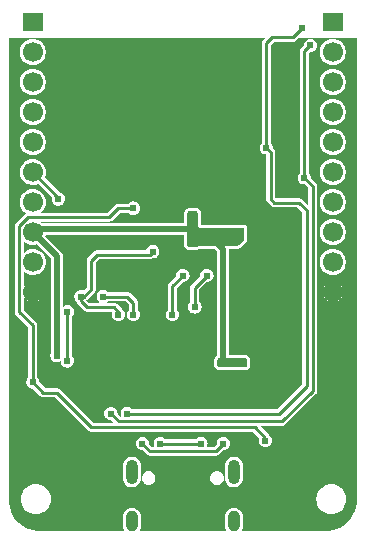
<source format=gbl>
G04 Layer: BottomLayer*
G04 EasyEDA Pro v2.2.45.4, 2025-12-09 09:54:16*
G04 Gerber Generator version 0.3*
G04 Scale: 100 percent, Rotated: No, Reflected: No*
G04 Dimensions in millimeters*
G04 Leading zeros omitted, absolute positions, 4 integers and 5 decimals*
G04 Generated by one-click*
%FSLAX45Y45*%
%MOMM*%
%ADD10C,0.85508*%
%ADD11C,0.254*%
%ADD12O,1.0X2.1*%
%ADD13O,1.0X1.8*%
%ADD14C,1.7*%
%ADD15R,1.7X1.5748*%
%ADD16C,0.62001*%
%ADD17C,0.61001*%
%ADD18C,0.5020*%
%ADD19C,0.5*%
G75*


G04 Copper Start*
G36*
G01X55009Y-1066800D02*
G01X51120Y-1066027D01*
G01X47824Y-1063824D01*
G01X41076Y-1057076D01*
G01X38873Y-1053780D01*
G01X38100Y-1049891D01*
G01X38100Y-778909D01*
G01X38873Y-775020D01*
G01X41076Y-771724D01*
G01X47824Y-764976D01*
G01X51120Y-762773D01*
G01X55009Y-762000D01*
G01X110091Y-762000D01*
G01X113980Y-762773D01*
G01X117276Y-764976D01*
G01X124024Y-771724D01*
G01X126227Y-775020D01*
G01X127000Y-778909D01*
G01X127000Y-887999D01*
G01X127708Y-889708D01*
G01X138992Y-900992D01*
G01X140701Y-901700D01*
G01X510540Y-901700D01*
G01X514428Y-902473D01*
G01X517724Y-904676D01*
G01X519927Y-907972D01*
G01X520700Y-911860D01*
G01X520700Y-999091D01*
G01X519927Y-1002980D01*
G01X517724Y-1006276D01*
G01X472876Y-1051124D01*
G01X469580Y-1053327D01*
G01X465691Y-1054100D01*
G01X128001Y-1054100D01*
G01X126292Y-1054808D01*
G01X117276Y-1063824D01*
G01X113980Y-1066027D01*
G01X110091Y-1066800D01*
G01X55009Y-1066800D01*
G37*
G36*
G01X309009Y-2082800D02*
G01X305120Y-2082027D01*
G01X301824Y-2079824D01*
G01X295076Y-2073076D01*
G01X292873Y-2069780D01*
G01X292100Y-2065891D01*
G01X292100Y-2023509D01*
G01X292873Y-2019620D01*
G01X295076Y-2016324D01*
G01X301824Y-2009576D01*
G01X305120Y-2007373D01*
G01X309009Y-2006600D01*
G01X529191Y-2006600D01*
G01X533080Y-2007373D01*
G01X536376Y-2009576D01*
G01X543124Y-2016324D01*
G01X545327Y-2019620D01*
G01X546100Y-2023509D01*
G01X546100Y-2065891D01*
G01X545327Y-2069780D01*
G01X543124Y-2073076D01*
G01X536376Y-2079824D01*
G01X533080Y-2082027D01*
G01X529191Y-2082800D01*
G01X309009Y-2082800D01*
G37*
G36*
G01X-1474343Y701726D02*
G01X694886Y701726D01*
G01X679331Y686171D01*
G01X673236Y678228D01*
G01X669405Y668977D01*
G01X668098Y659051D01*
G01X668098Y-184791D01*
G01X659460Y-195065D01*
G01X653507Y-207095D01*
G01X650579Y-220195D01*
G01X650843Y-233615D01*
G01X654285Y-246589D01*
G01X660707Y-258375D01*
G01X669743Y-268301D01*
G01X680876Y-275799D01*
G01X693471Y-280440D01*
G01X706808Y-281960D01*
G01X706808Y-661291D01*
G01X708114Y-671217D01*
G01X711946Y-680468D01*
G01X718041Y-688411D01*
G01X746742Y-717111D01*
G01X754685Y-723207D01*
G01X763935Y-727038D01*
G01X773862Y-728345D01*
G01X966491Y-728345D01*
G01X1010033Y-771887D01*
G01X1010033Y-2229275D01*
G01X801163Y-2438146D01*
G01X-428202Y-2438146D01*
G01X-438578Y-2429291D01*
G01X-450770Y-2423173D01*
G01X-464072Y-2420146D01*
G01X-477711Y-2420386D01*
G01X-490897Y-2423880D01*
G01X-502866Y-2430424D01*
G01X-512924Y-2439639D01*
G01X-520487Y-2450991D01*
G01X-525118Y-2463822D01*
G01X-526548Y-2477388D01*
G01X-524693Y-2490903D01*
G01X-519662Y-2503582D01*
G01X-528277Y-2503582D01*
G01X-552995Y-2478865D01*
G01X-554369Y-2463877D01*
G01X-559642Y-2449780D01*
G01X-568440Y-2437569D01*
G01X-580142Y-2428106D01*
G01X-593924Y-2422057D01*
G01X-608812Y-2419851D01*
G01X-623755Y-2421642D01*
G01X-637699Y-2427305D01*
G01X-649661Y-2436439D01*
G01X-658795Y-2448401D01*
G01X-664458Y-2462345D01*
G01X-666249Y-2477288D01*
G01X-664043Y-2492176D01*
G01X-657994Y-2505958D01*
G01X-648531Y-2517660D01*
G01X-636320Y-2526458D01*
G01X-622223Y-2531731D01*
G01X-607235Y-2533105D01*
G01X-587895Y-2552446D01*
G01X-758813Y-2552446D01*
G01X-1039680Y-2271580D01*
G01X-1047623Y-2265484D01*
G01X-1056873Y-2261653D01*
G01X-1066800Y-2260346D01*
G01X-1165213Y-2260346D01*
G01X-1213395Y-2212165D01*
G01X-1214215Y-2199909D01*
G01X-1217658Y-2188119D01*
G01X-1223561Y-2177348D01*
G01X-1231646Y-2168102D01*
G01X-1231646Y-1727200D01*
G01X-1232953Y-1717273D01*
G01X-1236784Y-1708023D01*
G01X-1242880Y-1700080D01*
G01X-1345946Y-1597013D01*
G01X-1345946Y-1491845D01*
G01X-1335610Y-1506136D01*
G01X-1322626Y-1518073D01*
G01X-1307518Y-1527174D01*
G01X-1290895Y-1533071D01*
G01X-1273430Y-1535527D01*
G01X-1255826Y-1534442D01*
G01X-1238794Y-1529861D01*
G01X-1223022Y-1521967D01*
G01X-1209145Y-1511081D01*
G01X-1197725Y-1497640D01*
G01X-1189221Y-1482188D01*
G01X-1183978Y-1465348D01*
G01X-1182206Y-1447800D01*
G01X-1183978Y-1430252D01*
G01X-1189221Y-1413412D01*
G01X-1197725Y-1397960D01*
G01X-1209145Y-1384519D01*
G01X-1223022Y-1373633D01*
G01X-1238794Y-1365739D01*
G01X-1255826Y-1361158D01*
G01X-1273430Y-1360073D01*
G01X-1290895Y-1362529D01*
G01X-1307518Y-1368426D01*
G01X-1322626Y-1377527D01*
G01X-1335610Y-1389464D01*
G01X-1345946Y-1403755D01*
G01X-1345946Y-1274277D01*
G01X-1330402Y-1286514D01*
G01X-1312928Y-1295787D01*
G01X-1294082Y-1301802D01*
G01X-1274466Y-1304364D01*
G01X-1254707Y-1303392D01*
G01X-1235437Y-1298917D01*
G01X-1217272Y-1291083D01*
G01X-1200792Y-1280139D01*
G01X-1186524Y-1266436D01*
G01X-1174924Y-1250411D01*
G01X-1166363Y-1232577D01*
G01X-1161115Y-1213503D01*
G01X-1159346Y-1193800D01*
G01X-1161115Y-1174097D01*
G01X-1166363Y-1155023D01*
G01X-1174924Y-1137189D01*
G01X-1186524Y-1121164D01*
G01X-1200792Y-1107461D01*
G01X-1217272Y-1096517D01*
G01X-1235437Y-1088683D01*
G01X-1254707Y-1084208D01*
G01X-1274466Y-1083236D01*
G01X-1294082Y-1085798D01*
G01X-1312928Y-1091813D01*
G01X-1330402Y-1101086D01*
G01X-1345946Y-1113323D01*
G01X-1345946Y-1020277D01*
G01X-1330522Y-1032436D01*
G01X-1313192Y-1041676D01*
G01X-1294500Y-1047707D01*
G01X-1275037Y-1050339D01*
G01X-1255416Y-1049488D01*
G01X-1236253Y-1045182D01*
G01X-1117454Y-1163982D01*
G01X-1117454Y-1960447D01*
G01X-1122321Y-1974548D01*
G01X-1123340Y-1989431D01*
G01X-1120438Y-2004063D01*
G01X-1113818Y-2017431D01*
G01X-1103938Y-2028608D01*
G01X-1091483Y-2036818D01*
G01X-1077317Y-2041493D01*
G01X-1062421Y-2042308D01*
G01X-1047830Y-2039207D01*
G01X-1034553Y-2032405D01*
G01X-1032726Y-2046277D01*
G01X-1027555Y-2059278D01*
G01X-1019356Y-2070616D01*
G01X-1008628Y-2079598D01*
G01X-996025Y-2085677D01*
G01X-982317Y-2088482D01*
G01X-968340Y-2087842D01*
G01X-954946Y-2083796D01*
G01X-942952Y-2076591D01*
G01X-933089Y-2066667D01*
G01X-925960Y-2054627D01*
G01X-921999Y-2041208D01*
G01X-921447Y-2027227D01*
G01X-924338Y-2013537D01*
G01X-930496Y-2000973D01*
G01X-939546Y-1990302D01*
G01X-939546Y-1654598D01*
G01X-930067Y-1643261D01*
G01X-923843Y-1629858D01*
G01X-921296Y-1615301D01*
G01X-922601Y-1600581D01*
G01X-927668Y-1586699D01*
G01X-936152Y-1574600D01*
G01X-947477Y-1565106D01*
G01X-960872Y-1558865D01*
G01X-975426Y-1556299D01*
G01X-990147Y-1557585D01*
G01X-1004036Y-1562634D01*
G01X-1016146Y-1571103D01*
G01X-1016146Y-1479778D01*
G01X-919923Y-1479778D01*
G01X-919801Y-1493059D01*
G01X-916590Y-1505946D01*
G01X-910467Y-1517732D01*
G01X-901768Y-1527768D01*
G01X-899917Y-1536334D01*
G01X-896169Y-1544256D01*
G01X-890720Y-1551120D01*
G01X-839920Y-1601920D01*
G01X-831977Y-1608016D01*
G01X-822727Y-1611847D01*
G01X-812800Y-1613154D01*
G01X-600087Y-1613154D01*
G01X-597896Y-1615345D01*
G01X-601983Y-1628981D01*
G01X-602542Y-1643206D01*
G01X-599537Y-1657121D01*
G01X-593159Y-1669847D01*
G01X-583809Y-1680582D01*
G01X-572079Y-1688647D01*
G01X-558708Y-1693534D01*
G01X-544542Y-1694933D01*
G01X-530473Y-1692757D01*
G01X-517392Y-1687143D01*
G01X-506123Y-1678444D01*
G01X-497378Y-1667212D01*
G01X-491709Y-1654153D01*
G01X-489474Y-1640094D01*
G01X-490814Y-1625922D01*
G01X-495645Y-1612531D01*
G01X-503661Y-1600767D01*
G01X-514357Y-1591373D01*
G01X-518980Y-1585780D01*
G01X-557080Y-1547680D01*
G01X-565023Y-1541584D01*
G01X-574273Y-1537753D01*
G01X-584200Y-1536446D01*
G01X-647510Y-1536446D01*
G01X-638908Y-1531074D01*
G01X-631402Y-1524254D01*
G01X-485787Y-1524254D01*
G01X-457454Y-1552587D01*
G01X-457454Y-1596602D01*
G01X-467080Y-1608172D01*
G01X-473319Y-1621868D01*
G01X-475733Y-1636723D01*
G01X-474150Y-1651690D01*
G01X-468682Y-1665712D01*
G01X-459715Y-1677800D01*
G01X-447881Y-1687099D01*
G01X-434017Y-1692956D01*
G01X-419100Y-1694955D01*
G01X-404183Y-1692956D01*
G01X-390319Y-1687099D01*
G01X-378485Y-1677800D01*
G01X-369518Y-1665712D01*
G01X-364050Y-1651690D01*
G01X-362467Y-1636723D01*
G01X-145533Y-1636723D01*
G01X-143950Y-1651690D01*
G01X-138482Y-1665712D01*
G01X-129515Y-1677800D01*
G01X-117681Y-1687099D01*
G01X-103817Y-1692956D01*
G01X-88900Y-1694955D01*
G01X-73983Y-1692956D01*
G01X-60119Y-1687099D01*
G01X-48285Y-1677800D01*
G01X-39318Y-1665712D01*
G01X-33850Y-1651690D01*
G01X-32267Y-1636723D01*
G01X-34681Y-1621868D01*
G01X-40920Y-1608172D01*
G01X-50546Y-1596602D01*
G01X-50546Y-1573223D01*
G01X44967Y-1573223D01*
G01X46550Y-1588190D01*
G01X52018Y-1602212D01*
G01X60985Y-1614300D01*
G01X72819Y-1623599D01*
G01X86683Y-1629456D01*
G01X101600Y-1631455D01*
G01X116517Y-1629456D01*
G01X130381Y-1623599D01*
G01X142215Y-1614300D01*
G01X151182Y-1602212D01*
G01X156650Y-1588190D01*
G01X158233Y-1573223D01*
G01X155819Y-1558368D01*
G01X149580Y-1544672D01*
G01X139954Y-1533102D01*
G01X139954Y-1425587D01*
G01X200835Y-1364705D01*
G01X215823Y-1363331D01*
G01X229920Y-1358058D01*
G01X242131Y-1349260D01*
G01X251594Y-1337558D01*
G01X257643Y-1323776D01*
G01X259849Y-1308888D01*
G01X258058Y-1293945D01*
G01X252395Y-1280001D01*
G01X243261Y-1268039D01*
G01X231299Y-1258905D01*
G01X217355Y-1253242D01*
G01X202412Y-1251451D01*
G01X187524Y-1253657D01*
G01X173742Y-1259706D01*
G01X162040Y-1269169D01*
G01X153242Y-1281380D01*
G01X147969Y-1295477D01*
G01X146595Y-1310465D01*
G01X74480Y-1382580D01*
G01X74480Y-1382580D01*
G01X68384Y-1390523D01*
G01X64553Y-1399773D01*
G01X63246Y-1409700D01*
G01X63246Y-1533102D01*
G01X53620Y-1544672D01*
G01X47381Y-1558368D01*
G01X44967Y-1573223D01*
G01X-50546Y-1573223D01*
G01X-50546Y-1412887D01*
G01X-2365Y-1364705D01*
G01X12623Y-1363331D01*
G01X26720Y-1358058D01*
G01X38931Y-1349260D01*
G01X48394Y-1337558D01*
G01X54443Y-1323776D01*
G01X56649Y-1308888D01*
G01X54858Y-1293945D01*
G01X49195Y-1280001D01*
G01X40061Y-1268039D01*
G01X28099Y-1258905D01*
G01X14155Y-1253242D01*
G01X-788Y-1251451D01*
G01X-15676Y-1253657D01*
G01X-29458Y-1259706D01*
G01X-41160Y-1269169D01*
G01X-49958Y-1281380D01*
G01X-55231Y-1295477D01*
G01X-56605Y-1310465D01*
G01X-116020Y-1369880D01*
G01X-116020Y-1369880D01*
G01X-122116Y-1377823D01*
G01X-125947Y-1387073D01*
G01X-127254Y-1397000D01*
G01X-127254Y-1596602D01*
G01X-136880Y-1608172D01*
G01X-143119Y-1621868D01*
G01X-145533Y-1636723D01*
G01X-362467Y-1636723D01*
G01X-364881Y-1621868D01*
G01X-371120Y-1608172D01*
G01X-380746Y-1596602D01*
G01X-380746Y-1536700D01*
G01X-382053Y-1526773D01*
G01X-385884Y-1517523D01*
G01X-391980Y-1509580D01*
G01X-442780Y-1458780D01*
G01X-450723Y-1452684D01*
G01X-459973Y-1448853D01*
G01X-469900Y-1447546D01*
G01X-631402Y-1447546D01*
G01X-642187Y-1438422D01*
G01X-654895Y-1432250D01*
G01X-668735Y-1429414D01*
G01X-682846Y-1430090D01*
G01X-696351Y-1434236D01*
G01X-708410Y-1441595D01*
G01X-718274Y-1451708D01*
G01X-725329Y-1463948D01*
G01X-729136Y-1477552D01*
G01X-729460Y-1491675D01*
G01X-726279Y-1505440D01*
G01X-719791Y-1517989D01*
G01X-710400Y-1528543D01*
G01X-698690Y-1536446D01*
G01X-796913Y-1536446D01*
G01X-816107Y-1517252D01*
G01X-811080Y-1513020D01*
G01X-747580Y-1449520D01*
G01X-741484Y-1441577D01*
G01X-737653Y-1432327D01*
G01X-736346Y-1422400D01*
G01X-736346Y-1196987D01*
G01X-708013Y-1168654D01*
G01X-279400Y-1168654D01*
G01X-267664Y-1166814D01*
G01X-257055Y-1161472D01*
G01X-242853Y-1160447D01*
G01X-229356Y-1155914D01*
G01X-217416Y-1148159D01*
G01X-207785Y-1137671D01*
G01X-201074Y-1125114D01*
G01X-197706Y-1111280D01*
G01X-197893Y-1097043D01*
G01X-201623Y-1083303D01*
G01X-208662Y-1070926D01*
G01X-218564Y-1060695D01*
G01X-230704Y-1053256D01*
G01X-244316Y-1049079D01*
G01X-258539Y-1048427D01*
G01X-272476Y-1051343D01*
G01X-285245Y-1057640D01*
G01X-296042Y-1066923D01*
G01X-304182Y-1078604D01*
G01X-309154Y-1091946D01*
G01X-723900Y-1091946D01*
G01X-733827Y-1093253D01*
G01X-743077Y-1097084D01*
G01X-751020Y-1103180D01*
G01X-801820Y-1153980D01*
G01X-807916Y-1161923D01*
G01X-811747Y-1171173D01*
G01X-813054Y-1181100D01*
G01X-813054Y-1406513D01*
G01X-840645Y-1434104D01*
G01X-840645Y-1434104D01*
G01X-853334Y-1430183D01*
G01X-866587Y-1429324D01*
G01X-879677Y-1431574D01*
G01X-891882Y-1436810D01*
G01X-902534Y-1444743D01*
G01X-911046Y-1454938D01*
G01X-916950Y-1466834D01*
G01X-919923Y-1479778D01*
G01X-1016146Y-1479778D01*
G01X-1016146Y-1143000D01*
G01X-1017872Y-1129890D01*
G01X-1022932Y-1117673D01*
G01X-1030982Y-1107182D01*
G01X-1164618Y-973547D01*
G01X-1162266Y-965054D01*
G01X12446Y-965054D01*
G01X12446Y-1054100D01*
G01X14399Y-1063917D01*
G01X19960Y-1072240D01*
G01X32660Y-1084940D01*
G01X40983Y-1090501D01*
G01X50800Y-1092454D01*
G01X114300Y-1092454D01*
G01X124117Y-1090501D01*
G01X132440Y-1084940D01*
G01X137626Y-1079754D01*
G01X271518Y-1079754D01*
G01X292246Y-1100482D01*
G01X292246Y-1984228D01*
G01X286660Y-1988460D01*
G01X273960Y-2001160D01*
G01X268399Y-2009483D01*
G01X266446Y-2019300D01*
G01X266446Y-2070100D01*
G01X268399Y-2079917D01*
G01X273960Y-2088240D01*
G01X286660Y-2100940D01*
G01X294983Y-2106501D01*
G01X304800Y-2108454D01*
G01X533400Y-2108454D01*
G01X543217Y-2106501D01*
G01X551540Y-2100940D01*
G01X564240Y-2088240D01*
G01X569801Y-2079917D01*
G01X571754Y-2070100D01*
G01X571754Y-2019300D01*
G01X569801Y-2009483D01*
G01X564240Y-2001160D01*
G01X551540Y-1988460D01*
G01X543217Y-1982899D01*
G01X533400Y-1980946D01*
G01X393554Y-1980946D01*
G01X393553Y-1079754D01*
G01X469900Y-1079754D01*
G01X479717Y-1077801D01*
G01X488040Y-1072240D01*
G01X538840Y-1021440D01*
G01X544401Y-1013117D01*
G01X546354Y-1003300D01*
G01X546354Y-901700D01*
G01X544401Y-891883D01*
G01X538840Y-883560D01*
G01X530517Y-877999D01*
G01X520700Y-876046D01*
G01X152654Y-876046D01*
G01X152654Y-774700D01*
G01X150701Y-764883D01*
G01X145140Y-756560D01*
G01X132440Y-743860D01*
G01X124117Y-738299D01*
G01X114300Y-736346D01*
G01X50800Y-736346D01*
G01X40983Y-738299D01*
G01X32660Y-743860D01*
G01X19960Y-756560D01*
G01X14399Y-764883D01*
G01X12446Y-774700D01*
G01X12446Y-863746D01*
G01X-1189625Y-863746D01*
G01X-1203772Y-851154D01*
G01X-622300Y-851154D01*
G01X-612373Y-849847D01*
G01X-603123Y-846016D01*
G01X-595180Y-839920D01*
G01X-530993Y-775734D01*
G01X-460805Y-775734D01*
G01X-449237Y-785362D01*
G01X-435542Y-791604D01*
G01X-420687Y-794020D01*
G01X-405720Y-792439D01*
G01X-391697Y-786974D01*
G01X-379608Y-778009D01*
G01X-370306Y-766178D01*
G01X-364447Y-752314D01*
G01X-362445Y-737398D01*
G01X-364442Y-722480D01*
G01X-370295Y-708615D01*
G01X-379593Y-696780D01*
G01X-391679Y-687811D01*
G01X-405700Y-682340D01*
G01X-420666Y-680754D01*
G01X-435522Y-683165D01*
G01X-449219Y-689402D01*
G01X-460791Y-699026D01*
G01X-546880Y-699026D01*
G01X-556807Y-700333D01*
G01X-566057Y-704164D01*
G01X-574000Y-710259D01*
G01X-638187Y-774446D01*
G01X-1203772Y-774446D01*
G01X-1188838Y-761013D01*
G01X-1176579Y-745102D01*
G01X-1167398Y-727237D01*
G01X-1161597Y-708007D01*
G01X-1159369Y-688045D01*
G01X-1160786Y-668009D01*
G01X-1165801Y-648559D01*
G01X-1174250Y-630336D01*
G01X-1185854Y-613941D01*
G01X-1200230Y-599914D01*
G01X-1216906Y-588716D01*
G01X-1235331Y-580718D01*
G01X-1254898Y-576182D01*
G01X-1274963Y-575258D01*
G01X-1294864Y-577976D01*
G01X-1313946Y-584247D01*
G01X-1331580Y-593864D01*
G01X-1347185Y-606511D01*
G01X-1360247Y-621770D01*
G01X-1370335Y-639139D01*
G01X-1377117Y-658046D01*
G01X-1380369Y-677867D01*
G01X-1379985Y-697949D01*
G01X-1375977Y-717631D01*
G01X-1368476Y-736264D01*
G01X-1357732Y-753235D01*
G01X-1344096Y-767983D01*
G01X-1328019Y-780024D01*
G01X-1335220Y-785680D01*
G01X-1411420Y-861880D01*
G01X-1417516Y-869823D01*
G01X-1421347Y-879073D01*
G01X-1422654Y-889000D01*
G01X-1422654Y-1612900D01*
G01X-1421347Y-1622827D01*
G01X-1417516Y-1632077D01*
G01X-1411420Y-1640020D01*
G01X-1308354Y-1743087D01*
G01X-1308354Y-2168102D01*
G01X-1317291Y-2178601D01*
G01X-1323426Y-2190949D01*
G01X-1326398Y-2204412D01*
G01X-1326029Y-2218195D01*
G01X-1322342Y-2231481D01*
G01X-1315555Y-2243482D01*
G01X-1306070Y-2253489D01*
G01X-1294448Y-2260908D01*
G01X-1281379Y-2265300D01*
G01X-1267635Y-2266405D01*
G01X-1208220Y-2325820D01*
G01X-1200277Y-2331916D01*
G01X-1191027Y-2335747D01*
G01X-1181100Y-2337054D01*
G01X-1082687Y-2337054D01*
G01X-801820Y-2617920D01*
G01X-793877Y-2624016D01*
G01X-784627Y-2627847D01*
G01X-774700Y-2629154D01*
G01X593713Y-2629154D01*
G01X646704Y-2682145D01*
G01X642617Y-2695781D01*
G01X642058Y-2710006D01*
G01X645063Y-2723921D01*
G01X651441Y-2736647D01*
G01X660791Y-2747382D01*
G01X672521Y-2755447D01*
G01X685892Y-2760334D01*
G01X700058Y-2761733D01*
G01X714127Y-2759557D01*
G01X727208Y-2753943D01*
G01X738477Y-2745244D01*
G01X747222Y-2734012D01*
G01X752891Y-2720953D01*
G01X755126Y-2706894D01*
G01X753786Y-2692722D01*
G01X748955Y-2679331D01*
G01X740939Y-2667567D01*
G01X730243Y-2658173D01*
G01X725620Y-2652580D01*
G01X653331Y-2580290D01*
G01X839428Y-2580290D01*
G01X850246Y-2579439D01*
G01X860393Y-2575592D01*
G01X869056Y-2569057D01*
G01X1127121Y-2310992D01*
G01X1133216Y-2303049D01*
G01X1137048Y-2293799D01*
G01X1138354Y-2283872D01*
G01X1138354Y-1438623D01*
G01X1182687Y-1438623D01*
G01X1182687Y-1456977D01*
G01X1186503Y-1474930D01*
G01X1193968Y-1491697D01*
G01X1204756Y-1506546D01*
G01X1218396Y-1518827D01*
G01X1234291Y-1528004D01*
G01X1251747Y-1533675D01*
G01X1270000Y-1535594D01*
G01X1288253Y-1533675D01*
G01X1305709Y-1528004D01*
G01X1321604Y-1518827D01*
G01X1335244Y-1506546D01*
G01X1346032Y-1491697D01*
G01X1353497Y-1474930D01*
G01X1357313Y-1456977D01*
G01X1357313Y-1438623D01*
G01X1353497Y-1420670D01*
G01X1346032Y-1403903D01*
G01X1335244Y-1389054D01*
G01X1321604Y-1376773D01*
G01X1305709Y-1367596D01*
G01X1288253Y-1361925D01*
G01X1270000Y-1360006D01*
G01X1270000Y-1360006D01*
G01X1251747Y-1361925D01*
G01X1234291Y-1367596D01*
G01X1218396Y-1376773D01*
G01X1204756Y-1389054D01*
G01X1193968Y-1403903D01*
G01X1186503Y-1420670D01*
G01X1182687Y-1438623D01*
G01X1138354Y-1438623D01*
G01X1138354Y-1183590D01*
G01X1159818Y-1183590D01*
G01X1159818Y-1204010D01*
G01X1163570Y-1224082D01*
G01X1170947Y-1243123D01*
G01X1181696Y-1260484D01*
G01X1195453Y-1275574D01*
G01X1211748Y-1287880D01*
G01X1230027Y-1296982D01*
G01X1249667Y-1302570D01*
G01X1270000Y-1304454D01*
G01X1290333Y-1302570D01*
G01X1309973Y-1296982D01*
G01X1328252Y-1287880D01*
G01X1344547Y-1275574D01*
G01X1358304Y-1260484D01*
G01X1369053Y-1243123D01*
G01X1376430Y-1224082D01*
G01X1380182Y-1204010D01*
G01X1380182Y-1183590D01*
G01X1376430Y-1163518D01*
G01X1369053Y-1144477D01*
G01X1358304Y-1127116D01*
G01X1344547Y-1112026D01*
G01X1328252Y-1099720D01*
G01X1309973Y-1090618D01*
G01X1290333Y-1085030D01*
G01X1270000Y-1083146D01*
G01X1270000Y-1083146D01*
G01X1249667Y-1085030D01*
G01X1230027Y-1090618D01*
G01X1211748Y-1099720D01*
G01X1195453Y-1112026D01*
G01X1181696Y-1127116D01*
G01X1170947Y-1144477D01*
G01X1163570Y-1163518D01*
G01X1159818Y-1183590D01*
G01X1138354Y-1183590D01*
G01X1138354Y-929590D01*
G01X1159818Y-929590D01*
G01X1159818Y-950010D01*
G01X1163570Y-970082D01*
G01X1170947Y-989123D01*
G01X1181696Y-1006484D01*
G01X1195453Y-1021574D01*
G01X1211748Y-1033880D01*
G01X1230027Y-1042982D01*
G01X1249667Y-1048570D01*
G01X1270000Y-1050454D01*
G01X1290333Y-1048570D01*
G01X1309973Y-1042982D01*
G01X1328252Y-1033880D01*
G01X1344547Y-1021574D01*
G01X1358304Y-1006484D01*
G01X1369053Y-989123D01*
G01X1376430Y-970082D01*
G01X1380182Y-950010D01*
G01X1380182Y-929590D01*
G01X1376430Y-909518D01*
G01X1369053Y-890477D01*
G01X1358304Y-873116D01*
G01X1344547Y-858026D01*
G01X1328252Y-845720D01*
G01X1309973Y-836618D01*
G01X1290333Y-831030D01*
G01X1270000Y-829146D01*
G01X1270000Y-829146D01*
G01X1249667Y-831030D01*
G01X1230027Y-836618D01*
G01X1211748Y-845720D01*
G01X1195453Y-858026D01*
G01X1181696Y-873116D01*
G01X1170947Y-890477D01*
G01X1163570Y-909518D01*
G01X1159818Y-929590D01*
G01X1138354Y-929590D01*
G01X1138354Y-675590D01*
G01X1159818Y-675590D01*
G01X1159818Y-696010D01*
G01X1163570Y-716082D01*
G01X1170947Y-735123D01*
G01X1181696Y-752484D01*
G01X1195453Y-767574D01*
G01X1211748Y-779880D01*
G01X1230027Y-788982D01*
G01X1249667Y-794570D01*
G01X1270000Y-796454D01*
G01X1290333Y-794570D01*
G01X1309973Y-788982D01*
G01X1328252Y-779880D01*
G01X1344547Y-767574D01*
G01X1358304Y-752484D01*
G01X1369053Y-735123D01*
G01X1376430Y-716082D01*
G01X1380182Y-696010D01*
G01X1380182Y-675590D01*
G01X1376430Y-655518D01*
G01X1369053Y-636477D01*
G01X1358304Y-619116D01*
G01X1344547Y-604026D01*
G01X1328252Y-591720D01*
G01X1309973Y-582618D01*
G01X1290333Y-577030D01*
G01X1270000Y-575146D01*
G01X1270000Y-575146D01*
G01X1249667Y-577030D01*
G01X1230027Y-582618D01*
G01X1211748Y-591720D01*
G01X1195453Y-604026D01*
G01X1181696Y-619116D01*
G01X1170947Y-636477D01*
G01X1163570Y-655518D01*
G01X1159818Y-675590D01*
G01X1138354Y-675590D01*
G01X1138354Y-550322D01*
G01X1137048Y-540395D01*
G01X1133216Y-531145D01*
G01X1127121Y-523201D01*
G01X1084820Y-480901D01*
G01X1083949Y-468988D01*
G01X1080577Y-457529D01*
G01X1074859Y-447043D01*
G01X1067051Y-438003D01*
G01X1067051Y-421590D01*
G01X1159818Y-421590D01*
G01X1159818Y-442010D01*
G01X1163570Y-462082D01*
G01X1170947Y-481123D01*
G01X1181696Y-498484D01*
G01X1195453Y-513574D01*
G01X1211748Y-525880D01*
G01X1230027Y-534982D01*
G01X1249667Y-540570D01*
G01X1270000Y-542454D01*
G01X1290333Y-540570D01*
G01X1309973Y-534982D01*
G01X1328252Y-525880D01*
G01X1344547Y-513574D01*
G01X1358304Y-498484D01*
G01X1369053Y-481123D01*
G01X1376430Y-462082D01*
G01X1380182Y-442010D01*
G01X1380182Y-421590D01*
G01X1376430Y-401518D01*
G01X1369053Y-382477D01*
G01X1358304Y-365116D01*
G01X1344547Y-350026D01*
G01X1328252Y-337720D01*
G01X1309973Y-328618D01*
G01X1290333Y-323030D01*
G01X1270000Y-321146D01*
G01X1270000Y-321146D01*
G01X1249667Y-323030D01*
G01X1230027Y-328618D01*
G01X1211748Y-337720D01*
G01X1195453Y-350026D01*
G01X1181696Y-365116D01*
G01X1170947Y-382477D01*
G01X1163570Y-401518D01*
G01X1159818Y-421590D01*
G01X1067051Y-421590D01*
G01X1067051Y-167590D01*
G01X1159818Y-167590D01*
G01X1159818Y-188010D01*
G01X1163570Y-208082D01*
G01X1170947Y-227123D01*
G01X1181696Y-244484D01*
G01X1195453Y-259574D01*
G01X1211748Y-271880D01*
G01X1230027Y-280982D01*
G01X1249667Y-286570D01*
G01X1270000Y-288454D01*
G01X1290333Y-286570D01*
G01X1309973Y-280982D01*
G01X1328252Y-271880D01*
G01X1344547Y-259574D01*
G01X1358304Y-244484D01*
G01X1369053Y-227123D01*
G01X1376430Y-208082D01*
G01X1380182Y-188010D01*
G01X1380182Y-167590D01*
G01X1376430Y-147518D01*
G01X1369053Y-128477D01*
G01X1358304Y-111116D01*
G01X1344547Y-96026D01*
G01X1328252Y-83720D01*
G01X1309973Y-74618D01*
G01X1290333Y-69030D01*
G01X1270000Y-67146D01*
G01X1270000Y-67146D01*
G01X1249667Y-69030D01*
G01X1230027Y-74618D01*
G01X1211748Y-83720D01*
G01X1195453Y-96026D01*
G01X1181696Y-111116D01*
G01X1170947Y-128477D01*
G01X1163570Y-147518D01*
G01X1159818Y-167590D01*
G01X1067051Y-167590D01*
G01X1067051Y86410D01*
G01X1159818Y86410D01*
G01X1159818Y65990D01*
G01X1163570Y45918D01*
G01X1170947Y26877D01*
G01X1181696Y9516D01*
G01X1195453Y-5574D01*
G01X1211748Y-17880D01*
G01X1230027Y-26982D01*
G01X1249667Y-32570D01*
G01X1270000Y-34454D01*
G01X1290333Y-32570D01*
G01X1309973Y-26982D01*
G01X1328252Y-17880D01*
G01X1344547Y-5574D01*
G01X1358304Y9516D01*
G01X1369053Y26877D01*
G01X1376430Y45918D01*
G01X1380182Y65990D01*
G01X1380182Y86410D01*
G01X1376430Y106482D01*
G01X1369053Y125523D01*
G01X1358304Y142884D01*
G01X1344547Y157974D01*
G01X1328252Y170280D01*
G01X1309973Y179382D01*
G01X1290333Y184970D01*
G01X1270000Y186854D01*
G01X1270000Y186854D01*
G01X1249667Y184970D01*
G01X1230027Y179382D01*
G01X1211748Y170280D01*
G01X1195453Y157974D01*
G01X1181696Y142884D01*
G01X1170947Y125523D01*
G01X1163570Y106482D01*
G01X1159818Y86410D01*
G01X1067051Y86410D01*
G01X1067051Y340410D01*
G01X1159818Y340410D01*
G01X1159818Y319990D01*
G01X1163570Y299918D01*
G01X1170947Y280877D01*
G01X1181696Y263516D01*
G01X1195453Y248426D01*
G01X1211748Y236120D01*
G01X1230027Y227018D01*
G01X1249667Y221430D01*
G01X1270000Y219546D01*
G01X1290333Y221430D01*
G01X1309973Y227018D01*
G01X1328252Y236120D01*
G01X1344547Y248426D01*
G01X1358304Y263516D01*
G01X1369053Y280877D01*
G01X1376430Y299918D01*
G01X1380182Y319990D01*
G01X1380182Y340410D01*
G01X1376430Y360482D01*
G01X1369053Y379523D01*
G01X1358304Y396884D01*
G01X1344547Y411974D01*
G01X1328252Y424280D01*
G01X1309973Y433382D01*
G01X1290333Y438970D01*
G01X1270000Y440854D01*
G01X1270000Y440854D01*
G01X1249667Y438970D01*
G01X1230027Y433382D01*
G01X1211748Y424280D01*
G01X1195453Y411974D01*
G01X1181696Y396884D01*
G01X1170947Y379523D01*
G01X1163570Y360482D01*
G01X1159818Y340410D01*
G01X1067051Y340410D01*
G01X1067051Y572876D01*
G01X1077618Y583442D01*
G01X1092411Y584915D01*
G01X1106300Y590218D01*
G01X1112045Y594410D01*
G01X1159818Y594410D01*
G01X1159818Y573990D01*
G01X1163570Y553918D01*
G01X1170947Y534877D01*
G01X1181696Y517516D01*
G01X1195453Y502426D01*
G01X1211748Y490120D01*
G01X1230027Y481018D01*
G01X1249667Y475430D01*
G01X1270000Y473546D01*
G01X1290333Y475430D01*
G01X1309973Y481018D01*
G01X1328252Y490120D01*
G01X1344547Y502426D01*
G01X1358304Y517516D01*
G01X1369053Y534877D01*
G01X1376430Y553918D01*
G01X1380182Y573990D01*
G01X1380182Y594410D01*
G01X1376430Y614482D01*
G01X1369053Y633523D01*
G01X1358304Y650884D01*
G01X1344547Y665974D01*
G01X1328252Y678280D01*
G01X1309973Y687382D01*
G01X1290333Y692970D01*
G01X1270000Y694854D01*
G01X1270000Y694854D01*
G01X1249667Y692970D01*
G01X1230027Y687382D01*
G01X1211748Y678280D01*
G01X1195453Y665974D01*
G01X1181696Y650884D01*
G01X1170947Y633523D01*
G01X1163570Y614482D01*
G01X1159818Y594410D01*
G01X1112045Y594410D01*
G01X1118310Y598980D01*
G01X1127600Y610587D01*
G01X1133518Y624225D01*
G01X1135651Y638937D01*
G01X1133848Y653694D01*
G01X1128235Y667461D01*
G01X1119207Y679272D01*
G01X1107396Y688300D01*
G01X1093629Y693912D01*
G01X1078873Y695716D01*
G01X1064160Y693583D01*
G01X1050522Y687665D01*
G01X1038916Y678375D01*
G01X1030154Y666365D01*
G01X1024850Y652476D01*
G01X1023377Y637683D01*
G01X1001577Y615883D01*
G01X995482Y607939D01*
G01X991650Y598689D01*
G01X990343Y588762D01*
G01X990343Y-438003D01*
G01X981622Y-448405D01*
G01X975651Y-460595D01*
G01X972780Y-473863D01*
G01X973177Y-487431D01*
G01X976818Y-500508D01*
G01X983490Y-512329D01*
G01X992804Y-522204D01*
G01X1004215Y-529555D01*
G01X1017057Y-533953D01*
G01X1030580Y-535141D01*
G01X1061646Y-566208D01*
G01X1061646Y-715019D01*
G01X1009498Y-662871D01*
G01X1001555Y-656775D01*
G01X992305Y-652944D01*
G01X982378Y-651637D01*
G01X789749Y-651637D01*
G01X783516Y-645404D01*
G01X783516Y-264516D01*
G01X782209Y-254589D01*
G01X778377Y-245339D01*
G01X772282Y-237396D01*
G01X762575Y-227689D01*
G01X761703Y-215776D01*
G01X758332Y-204317D01*
G01X752613Y-193831D01*
G01X744806Y-184791D01*
G01X744806Y643164D01*
G01X773297Y671655D01*
G01X930645Y671655D01*
G01X940572Y672962D01*
G01X949822Y676793D01*
G01X957765Y682888D01*
G01X976603Y701726D01*
G01X1474343Y701726D01*
G01X1474343Y-3203794D01*
G01X1472370Y-3236404D01*
G01X1466481Y-3268539D01*
G01X1456762Y-3299730D01*
G01X1443354Y-3329522D01*
G01X1426452Y-3357481D01*
G01X1406304Y-3383198D01*
G01X1383202Y-3406300D01*
G01X1357485Y-3426448D01*
G01X1329526Y-3443350D01*
G01X1299734Y-3456758D01*
G01X1268543Y-3466477D01*
G01X1236408Y-3472366D01*
G01X1203798Y-3474339D01*
G01X493014Y-3474339D01*
G01X501027Y-3460576D01*
G01X505981Y-3445441D01*
G01X507657Y-3429605D01*
G01X507657Y-3349605D01*
G01X505760Y-3332770D01*
G01X500165Y-3316780D01*
G01X491152Y-3302435D01*
G01X479173Y-3290456D01*
G01X464828Y-3281443D01*
G01X448838Y-3275848D01*
G01X432003Y-3273951D01*
G01X415169Y-3275848D01*
G01X399178Y-3281443D01*
G01X384834Y-3290456D01*
G01X372855Y-3302435D01*
G01X363841Y-3316780D01*
G01X358246Y-3332770D01*
G01X356349Y-3349605D01*
G01X356349Y-3429605D01*
G01X358025Y-3445441D01*
G01X362980Y-3460576D01*
G01X370992Y-3474339D01*
G01X-370992Y-3474339D01*
G01X-362980Y-3460576D01*
G01X-358025Y-3445441D01*
G01X-356349Y-3429605D01*
G01X-356349Y-3349605D01*
G01X-358246Y-3332770D01*
G01X-363841Y-3316780D01*
G01X-372855Y-3302435D01*
G01X-384834Y-3290456D01*
G01X-399178Y-3281443D01*
G01X-415169Y-3275848D01*
G01X-432003Y-3273951D01*
G01X-448838Y-3275848D01*
G01X-464828Y-3281443D01*
G01X-479173Y-3290456D01*
G01X-491152Y-3302435D01*
G01X-500165Y-3316780D01*
G01X-505760Y-3332770D01*
G01X-507657Y-3349605D01*
G01X-507657Y-3429605D01*
G01X-505981Y-3445441D01*
G01X-501027Y-3460576D01*
G01X-493014Y-3474339D01*
G01X-1203797Y-3474339D01*
G01X-1236408Y-3472366D01*
G01X-1268543Y-3466477D01*
G01X-1299734Y-3456758D01*
G01X-1329526Y-3443350D01*
G01X-1357485Y-3426448D01*
G01X-1383202Y-3406300D01*
G01X-1406304Y-3383198D01*
G01X-1426452Y-3357481D01*
G01X-1443354Y-3329522D01*
G01X-1456762Y-3299730D01*
G01X-1466481Y-3268539D01*
G01X-1472370Y-3236404D01*
G01X-1474343Y-3203794D01*
G01X-1474343Y-3200400D01*
G01X-1371854Y-3200400D01*
G01X-1369921Y-3222497D01*
G01X-1364180Y-3243923D01*
G01X-1354805Y-3264027D01*
G01X-1342082Y-3282197D01*
G01X-1326397Y-3297882D01*
G01X-1308227Y-3310605D01*
G01X-1288123Y-3319980D01*
G01X-1266697Y-3325721D01*
G01X-1244600Y-3327654D01*
G01X-1222503Y-3325721D01*
G01X-1201077Y-3319980D01*
G01X-1180973Y-3310605D01*
G01X-1162803Y-3297882D01*
G01X-1147118Y-3282197D01*
G01X-1134395Y-3264027D01*
G01X-1125020Y-3243923D01*
G01X-1119279Y-3222497D01*
G01X-1117346Y-3200400D01*
G01X1130046Y-3200400D01*
G01X1131979Y-3222497D01*
G01X1137720Y-3243923D01*
G01X1147095Y-3264027D01*
G01X1159818Y-3282197D01*
G01X1175503Y-3297882D01*
G01X1193673Y-3310605D01*
G01X1213777Y-3319980D01*
G01X1235203Y-3325721D01*
G01X1257300Y-3327654D01*
G01X1279397Y-3325721D01*
G01X1300823Y-3319980D01*
G01X1320927Y-3310605D01*
G01X1339097Y-3297882D01*
G01X1354782Y-3282197D01*
G01X1367505Y-3264027D01*
G01X1376880Y-3243923D01*
G01X1382621Y-3222497D01*
G01X1384554Y-3200400D01*
G01X1382621Y-3178303D01*
G01X1376880Y-3156877D01*
G01X1367505Y-3136773D01*
G01X1354782Y-3118603D01*
G01X1339097Y-3102918D01*
G01X1320927Y-3090195D01*
G01X1300823Y-3080820D01*
G01X1279397Y-3075079D01*
G01X1257300Y-3073146D01*
G01X1235203Y-3075079D01*
G01X1213777Y-3080820D01*
G01X1193673Y-3090195D01*
G01X1175503Y-3102918D01*
G01X1159818Y-3118603D01*
G01X1147095Y-3136773D01*
G01X1137720Y-3156877D01*
G01X1131979Y-3178303D01*
G01X1130046Y-3200400D01*
G01X1130046Y-3200400D01*
G01X-1117346Y-3200400D01*
G01X-1119279Y-3178303D01*
G01X-1125020Y-3156877D01*
G01X-1134395Y-3136773D01*
G01X-1147118Y-3118603D01*
G01X-1162803Y-3102918D01*
G01X-1180973Y-3090195D01*
G01X-1201077Y-3080820D01*
G01X-1222503Y-3075079D01*
G01X-1244600Y-3073146D01*
G01X-1266697Y-3075079D01*
G01X-1288123Y-3080820D01*
G01X-1308227Y-3090195D01*
G01X-1326397Y-3102918D01*
G01X-1342082Y-3118603D01*
G01X-1354805Y-3136773D01*
G01X-1364180Y-3156877D01*
G01X-1369921Y-3178303D01*
G01X-1371854Y-3200400D01*
G01X-1371854Y-3200400D01*
G01X-1474343Y-3200400D01*
G01X-1474343Y-2916597D01*
G01X-507657Y-2916597D01*
G01X-507657Y-3026597D01*
G01X-505760Y-3043431D01*
G01X-500165Y-3059422D01*
G01X-491152Y-3073766D01*
G01X-479173Y-3085745D01*
G01X-464828Y-3094758D01*
G01X-448838Y-3100354D01*
G01X-432003Y-3102251D01*
G01X-415169Y-3100354D01*
G01X-399178Y-3094758D01*
G01X-384834Y-3085745D01*
G01X-372855Y-3073766D01*
G01X-363841Y-3059422D01*
G01X-358246Y-3043431D01*
G01X-356349Y-3026597D01*
G01X-356349Y-3022600D01*
G01X-348145Y-3022600D01*
G01X-346164Y-3037651D01*
G01X-340354Y-3051677D01*
G01X-331112Y-3063721D01*
G01X-319068Y-3072962D01*
G01X-305043Y-3078772D01*
G01X-289992Y-3080753D01*
G01X-274941Y-3078772D01*
G01X-260915Y-3072962D01*
G01X-248871Y-3063721D01*
G01X-239630Y-3051677D01*
G01X-233820Y-3037651D01*
G01X-231838Y-3022600D01*
G01X230848Y-3022600D01*
G01X232829Y-3037651D01*
G01X238639Y-3051677D01*
G01X247881Y-3063721D01*
G01X259925Y-3072962D01*
G01X273950Y-3078772D01*
G01X289001Y-3080753D01*
G01X304052Y-3078772D01*
G01X318078Y-3072962D01*
G01X330122Y-3063721D01*
G01X339363Y-3051677D01*
G01X345173Y-3037651D01*
G01X347155Y-3022600D01*
G01X345173Y-3007549D01*
G01X339363Y-2993523D01*
G01X330122Y-2981479D01*
G01X318078Y-2972238D01*
G01X304052Y-2966428D01*
G01X289001Y-2964447D01*
G01X273950Y-2966428D01*
G01X259925Y-2972238D01*
G01X247881Y-2981479D01*
G01X238639Y-2993523D01*
G01X232829Y-3007549D01*
G01X230848Y-3022600D01*
G01X230848Y-3022600D01*
G01X-231838Y-3022600D01*
G01X-233820Y-3007549D01*
G01X-239630Y-2993523D01*
G01X-248871Y-2981479D01*
G01X-260915Y-2972238D01*
G01X-274941Y-2966428D01*
G01X-289992Y-2964447D01*
G01X-305043Y-2966428D01*
G01X-319068Y-2972238D01*
G01X-331112Y-2981479D01*
G01X-340354Y-2993523D01*
G01X-346164Y-3007549D01*
G01X-348145Y-3022600D01*
G01X-348145Y-3022600D01*
G01X-356349Y-3022600D01*
G01X-356349Y-2916597D01*
G01X356349Y-2916597D01*
G01X356349Y-3026597D01*
G01X358246Y-3043431D01*
G01X363841Y-3059422D01*
G01X372855Y-3073766D01*
G01X384834Y-3085745D01*
G01X399178Y-3094758D01*
G01X415169Y-3100354D01*
G01X432003Y-3102251D01*
G01X448838Y-3100354D01*
G01X464828Y-3094758D01*
G01X479173Y-3085745D01*
G01X491152Y-3073766D01*
G01X500165Y-3059422D01*
G01X505760Y-3043431D01*
G01X507657Y-3026597D01*
G01X507657Y-2916597D01*
G01X505760Y-2899762D01*
G01X500165Y-2883772D01*
G01X491152Y-2869427D01*
G01X479173Y-2857448D01*
G01X464828Y-2848435D01*
G01X448838Y-2842840D01*
G01X432003Y-2840943D01*
G01X415169Y-2842840D01*
G01X399178Y-2848435D01*
G01X384834Y-2857448D01*
G01X372855Y-2869427D01*
G01X363841Y-2883772D01*
G01X358246Y-2899762D01*
G01X356349Y-2916597D01*
G01X356349Y-2916597D01*
G01X-356349Y-2916597D01*
G01X-358246Y-2899762D01*
G01X-363841Y-2883772D01*
G01X-372855Y-2869427D01*
G01X-384834Y-2857448D01*
G01X-399178Y-2848435D01*
G01X-415169Y-2842840D01*
G01X-432003Y-2840943D01*
G01X-448838Y-2842840D01*
G01X-464828Y-2848435D01*
G01X-479173Y-2857448D01*
G01X-491152Y-2869427D01*
G01X-500165Y-2883772D01*
G01X-505760Y-2899762D01*
G01X-507657Y-2916597D01*
G01X-507657Y-2916597D01*
G01X-1474343Y-2916597D01*
G01X-1474343Y-2731288D01*
G01X-399549Y-2731288D01*
G01X-397343Y-2746176D01*
G01X-391294Y-2759958D01*
G01X-381831Y-2771660D01*
G01X-369620Y-2780458D01*
G01X-355523Y-2785731D01*
G01X-340535Y-2787105D01*
G01X-306520Y-2821120D01*
G01X-298577Y-2827216D01*
G01X-289327Y-2831047D01*
G01X-279400Y-2832354D01*
G01X279400Y-2832354D01*
G01X279400Y-2832354D01*
G01X289327Y-2831047D01*
G01X298577Y-2827216D01*
G01X306520Y-2821120D01*
G01X340535Y-2787105D01*
G01X355523Y-2785731D01*
G01X369620Y-2780458D01*
G01X381831Y-2771660D01*
G01X391294Y-2759958D01*
G01X397343Y-2746176D01*
G01X399549Y-2731288D01*
G01X397758Y-2716345D01*
G01X392095Y-2702401D01*
G01X382961Y-2690439D01*
G01X370999Y-2681305D01*
G01X357055Y-2675642D01*
G01X342112Y-2673851D01*
G01X327224Y-2676057D01*
G01X313442Y-2682106D01*
G01X301740Y-2691569D01*
G01X292942Y-2703780D01*
G01X287669Y-2717877D01*
G01X286295Y-2732865D01*
G01X263513Y-2755646D01*
G01X203168Y-2755646D01*
G01X207668Y-2742960D01*
G01X209047Y-2729570D01*
G01X207229Y-2716233D01*
G01X202316Y-2703701D01*
G01X194585Y-2692682D01*
G01X184472Y-2683797D01*
G01X172550Y-2677550D01*
G01X159489Y-2674291D01*
G01X146029Y-2674205D01*
G01X132928Y-2677296D01*
G01X120927Y-2683392D01*
G01X110702Y-2692146D01*
G01X-148802Y-2692146D01*
G01X-159027Y-2683392D01*
G01X-171028Y-2677296D01*
G01X-184129Y-2674205D01*
G01X-197589Y-2674291D01*
G01X-210650Y-2677550D01*
G01X-222572Y-2683797D01*
G01X-232685Y-2692682D01*
G01X-240416Y-2703701D01*
G01X-245329Y-2716233D01*
G01X-247147Y-2729570D01*
G01X-245768Y-2742960D01*
G01X-241268Y-2755646D01*
G01X-263513Y-2755646D01*
G01X-286295Y-2732865D01*
G01X-287669Y-2717877D01*
G01X-292942Y-2703780D01*
G01X-301740Y-2691569D01*
G01X-313442Y-2682106D01*
G01X-327224Y-2676057D01*
G01X-342112Y-2673851D01*
G01X-357055Y-2675642D01*
G01X-370999Y-2681305D01*
G01X-382961Y-2690439D01*
G01X-392095Y-2702401D01*
G01X-397758Y-2716345D01*
G01X-399549Y-2731288D01*
G01X-1474343Y-2731288D01*
G01X-1474343Y-427151D01*
G01X-1380556Y-427151D01*
G01X-1379512Y-447659D01*
G01X-1374696Y-467621D01*
G01X-1366274Y-486349D01*
G01X-1354537Y-503199D01*
G01X-1339889Y-517589D01*
G01X-1322834Y-529026D01*
G01X-1303959Y-537114D01*
G01X-1283915Y-541575D01*
G01X-1263392Y-542256D01*
G01X-1243096Y-539133D01*
G01X-1223727Y-532314D01*
G01X-1109126Y-646914D01*
G01X-1109126Y-646914D01*
G01X-1110739Y-661731D01*
G01X-1108432Y-676456D01*
G01X-1102365Y-690070D01*
G01X-1092957Y-701630D01*
G01X-1080860Y-710337D01*
G01X-1066911Y-715587D01*
G01X-1052076Y-717019D01*
G01X-1037380Y-714531D01*
G01X-1023842Y-708298D01*
G01X-1012398Y-698749D01*
G01X-1003840Y-686547D01*
G01X-998760Y-672535D01*
G01X-997510Y-657683D01*
G01X-1000177Y-643019D01*
G01X-1006576Y-629558D01*
G01X-1016264Y-618231D01*
G01X-1028570Y-609823D01*
G01X-1042644Y-604916D01*
G01X-1169486Y-478073D01*
G01X-1162667Y-458704D01*
G01X-1159544Y-438408D01*
G01X-1160225Y-417885D01*
G01X-1164686Y-397841D01*
G01X-1172774Y-378966D01*
G01X-1184211Y-361911D01*
G01X-1198601Y-347263D01*
G01X-1215451Y-335526D01*
G01X-1234179Y-327104D01*
G01X-1254141Y-322288D01*
G01X-1274649Y-321244D01*
G01X-1294997Y-324007D01*
G01X-1314484Y-330482D01*
G01X-1332439Y-340446D01*
G01X-1348244Y-353556D01*
G01X-1361354Y-369361D01*
G01X-1371318Y-387316D01*
G01X-1377793Y-406803D01*
G01X-1380556Y-427151D01*
G01X-1474343Y-427151D01*
G01X-1474343Y-167590D01*
G01X-1380182Y-167590D01*
G01X-1380182Y-188010D01*
G01X-1376430Y-208082D01*
G01X-1369053Y-227123D01*
G01X-1358304Y-244484D01*
G01X-1344547Y-259574D01*
G01X-1328252Y-271880D01*
G01X-1309973Y-280982D01*
G01X-1290333Y-286570D01*
G01X-1270000Y-288454D01*
G01X-1249667Y-286570D01*
G01X-1230027Y-280982D01*
G01X-1211748Y-271880D01*
G01X-1195453Y-259574D01*
G01X-1181696Y-244484D01*
G01X-1170947Y-227123D01*
G01X-1163570Y-208082D01*
G01X-1159818Y-188010D01*
G01X-1159818Y-167590D01*
G01X-1163570Y-147518D01*
G01X-1170947Y-128477D01*
G01X-1181696Y-111116D01*
G01X-1195453Y-96026D01*
G01X-1211748Y-83720D01*
G01X-1230027Y-74618D01*
G01X-1249667Y-69030D01*
G01X-1270000Y-67146D01*
G01X-1270000Y-67146D01*
G01X-1290333Y-69030D01*
G01X-1309973Y-74618D01*
G01X-1328252Y-83720D01*
G01X-1344547Y-96026D01*
G01X-1358304Y-111116D01*
G01X-1369053Y-128477D01*
G01X-1376430Y-147518D01*
G01X-1380182Y-167590D01*
G01X-1474343Y-167590D01*
G01X-1474343Y86410D01*
G01X-1380182Y86410D01*
G01X-1380182Y65990D01*
G01X-1376430Y45918D01*
G01X-1369053Y26877D01*
G01X-1358304Y9516D01*
G01X-1344547Y-5574D01*
G01X-1328252Y-17880D01*
G01X-1309973Y-26982D01*
G01X-1290333Y-32570D01*
G01X-1270000Y-34454D01*
G01X-1249667Y-32570D01*
G01X-1230027Y-26982D01*
G01X-1211748Y-17880D01*
G01X-1195453Y-5574D01*
G01X-1181696Y9516D01*
G01X-1170947Y26877D01*
G01X-1163570Y45918D01*
G01X-1159818Y65990D01*
G01X-1159818Y86410D01*
G01X-1163570Y106482D01*
G01X-1170947Y125523D01*
G01X-1181696Y142884D01*
G01X-1195453Y157974D01*
G01X-1211748Y170280D01*
G01X-1230027Y179382D01*
G01X-1249667Y184970D01*
G01X-1270000Y186854D01*
G01X-1270000Y186854D01*
G01X-1290333Y184970D01*
G01X-1309973Y179382D01*
G01X-1328252Y170280D01*
G01X-1344547Y157974D01*
G01X-1358304Y142884D01*
G01X-1369053Y125523D01*
G01X-1376430Y106482D01*
G01X-1380182Y86410D01*
G01X-1474343Y86410D01*
G01X-1474343Y340410D01*
G01X-1380182Y340410D01*
G01X-1380182Y319990D01*
G01X-1376430Y299918D01*
G01X-1369053Y280877D01*
G01X-1358304Y263516D01*
G01X-1344547Y248426D01*
G01X-1328252Y236120D01*
G01X-1309973Y227018D01*
G01X-1290333Y221430D01*
G01X-1270000Y219546D01*
G01X-1249667Y221430D01*
G01X-1230027Y227018D01*
G01X-1211748Y236120D01*
G01X-1195453Y248426D01*
G01X-1181696Y263516D01*
G01X-1170947Y280877D01*
G01X-1163570Y299918D01*
G01X-1159818Y319990D01*
G01X-1159818Y340410D01*
G01X-1163570Y360482D01*
G01X-1170947Y379523D01*
G01X-1181696Y396884D01*
G01X-1195453Y411974D01*
G01X-1211748Y424280D01*
G01X-1230027Y433382D01*
G01X-1249667Y438970D01*
G01X-1270000Y440854D01*
G01X-1270000Y440854D01*
G01X-1290333Y438970D01*
G01X-1309973Y433382D01*
G01X-1328252Y424280D01*
G01X-1344547Y411974D01*
G01X-1358304Y396884D01*
G01X-1369053Y379523D01*
G01X-1376430Y360482D01*
G01X-1380182Y340410D01*
G01X-1474343Y340410D01*
G01X-1474343Y594410D01*
G01X-1380182Y594410D01*
G01X-1380182Y573990D01*
G01X-1376430Y553918D01*
G01X-1369053Y534877D01*
G01X-1358304Y517516D01*
G01X-1344547Y502426D01*
G01X-1328252Y490120D01*
G01X-1309973Y481018D01*
G01X-1290333Y475430D01*
G01X-1270000Y473546D01*
G01X-1249667Y475430D01*
G01X-1230027Y481018D01*
G01X-1211748Y490120D01*
G01X-1195453Y502426D01*
G01X-1181696Y517516D01*
G01X-1170947Y534877D01*
G01X-1163570Y553918D01*
G01X-1159818Y573990D01*
G01X-1159818Y594410D01*
G01X-1163570Y614482D01*
G01X-1170947Y633523D01*
G01X-1181696Y650884D01*
G01X-1195453Y665974D01*
G01X-1211748Y678280D01*
G01X-1230027Y687382D01*
G01X-1249667Y692970D01*
G01X-1270000Y694854D01*
G01X-1270000Y694854D01*
G01X-1290333Y692970D01*
G01X-1309973Y687382D01*
G01X-1328252Y678280D01*
G01X-1344547Y665974D01*
G01X-1358304Y650884D01*
G01X-1369053Y633523D01*
G01X-1376430Y614482D01*
G01X-1380182Y594410D01*
G01X-1474343Y594410D01*
G01X-1474343Y701726D01*
G37*
G54D10*
G01X1270000Y-1363054D02*
G01X1270000Y-1360006D01*
G01X1270000Y-1532546D02*
G01X1270000Y-1535594D01*
G01X1354746Y-1447800D02*
G01X1357794Y-1447800D01*
G01X1185254Y-1447800D02*
G01X1182206Y-1447800D01*
G01X-1270000Y-1363054D02*
G01X-1270000Y-1360006D01*
G01X-1270000Y-1532546D02*
G01X-1270000Y-1535594D01*
G01X-1185254Y-1447800D02*
G01X-1182206Y-1447800D01*
G04 Copper End*

G04 PolygonModel Start*
G54D11*
G01X1100000Y-2159927D02*
G01X1100000Y-550321D01*
G01X1028697Y-479019D01*
G01X1028697Y-479019D02*
G01X1028697Y588762D01*
G01X1079500Y639565D01*
G01X1010151Y789515D02*
G01X930645Y710009D01*
G01X757410Y710009D01*
G01X706452Y659050D01*
G01X706452Y-225807D01*
G01X-609600Y-2476500D02*
G01X-544164Y-2541936D01*
G01X841936Y-2541936D01*
G01X1100000Y-2283872D01*
G01X1100000Y-2159927D01*
G01X-469900Y-2476500D02*
G01X817050Y-2476500D01*
G01X1048388Y-2245162D01*
G01X1048388Y-756001D01*
G01X982378Y-689991D01*
G01X773862Y-689991D01*
G01X745162Y-661291D01*
G01X745162Y-264516D01*
G01X706452Y-225807D01*

G04 Pad Start*
G54D12*
G01X-432003Y-2971597D03*
G54D13*
G01X-432003Y-3389605D03*
G01X432003Y-3389605D03*
G54D12*
G01X432003Y-2971597D03*
G54D14*
G01X-1270000Y-1447800D03*
G01X-1270000Y-1193800D03*
G01X-1270000Y-939800D03*
G01X-1270000Y-685800D03*
G01X-1270000Y-431800D03*
G01X-1270000Y-177800D03*
G01X-1270000Y76200D03*
G01X-1270000Y330200D03*
G01X-1270000Y584200D03*
G54D15*
G01X-1270000Y838200D03*
G54D14*
G01X1270000Y-1447800D03*
G01X1270000Y-1193800D03*
G01X1270000Y-939800D03*
G01X1270000Y-685800D03*
G01X1270000Y-431800D03*
G01X1270000Y-177800D03*
G01X1270000Y76200D03*
G01X1270000Y330200D03*
G01X1270000Y584200D03*
G54D15*
G01X1270000Y838200D03*
G04 Pad End*

G04 Via Start*
G54D16*
G01X-1054100Y-660400D03*
G01X38100Y38100D03*
G01X152400Y38100D03*
G01X152400Y-76200D03*
G01X38100Y-76200D03*
G01X-977900Y-1612900D03*
G01X-977900Y-2032000D03*
G01X-419100Y-737387D03*
G01X-673100Y-571500D03*
G01X-190500Y-2730500D03*
G01X152400Y-2730500D03*
G01X101600Y-1574800D03*
G01X-88900Y-1638300D03*
G01X0Y-1308100D03*
G01X203200Y-1308100D03*
G01X-1270000Y-2209800D03*
G01X-673100Y-1485900D03*
G01X-419100Y-1638300D03*
G01X-546100Y-1638300D03*
G01X-863600Y-1485900D03*
G01X-254000Y-1104900D03*
G01X-1066800Y-1985823D03*
G01X698500Y-2705100D03*
G01X76200Y-800100D03*
G01X76200Y-876300D03*
G01X76200Y-952500D03*
G01X76200Y-1028700D03*
G01X342900Y-2044700D03*
G01X419100Y-2044700D03*
G01X495300Y-2044700D03*
G01X342900Y-2730500D03*
G01X-342900Y-2730500D03*
G01X215900Y-1130300D03*
G01X-749300Y-2476500D03*
G01X-609600Y-2476500D03*
G01X-469900Y-2476500D03*
G54D17*
G01X-680645Y-2793549D03*
G01X1079500Y639565D03*
G01X1028697Y-479019D03*
G01X706452Y-225807D03*
G01X1010151Y789515D03*
G04 Via End*

G04 Track Start*
G54D11*
G01X-342900Y-2730500D02*
G01X-279400Y-2794000D01*
G01X279400Y-2794000D01*
G01X342900Y-2730500D01*
G54D19*
G01X76200Y-1028700D02*
G01X292100Y-1028700D01*
G01X342900Y-1079500D01*
G01X342900Y-1943100D01*
G01X342900Y-2044700D01*
G01X419100Y-2044700D02*
G01X495300Y-2044700D01*
G01X342900Y-2044700D02*
G01X419100Y-2044700D01*
G01X76200Y-914400D02*
G01X76200Y-800100D01*
G01X-1270000Y-939800D02*
G01X-1244600Y-914400D01*
G01X76200Y-914400D01*
G01X76200Y-1028700D01*
G54D11*
G01X-977900Y-1612900D02*
G01X-977900Y-2032000D01*
G54D19*
G01X-1066800Y-1955800D02*
G01X-1066800Y-1985825D01*
G54D11*
G01X-419100Y-737380D02*
G01X-546880Y-737380D01*
G01X-622300Y-812800D01*
G01X-1054100Y-660400D02*
G01X-1054100Y-647700D01*
G01X-1270000Y-431800D01*
G01X-190500Y-2730500D02*
G01X152400Y-2730500D01*
G01X-88900Y-1638300D02*
G01X-88900Y-1397000D01*
G01X0Y-1308100D01*
G01X101600Y-1574800D02*
G01X101600Y-1409700D01*
G01X203200Y-1308100D01*
G01X-622300Y-812800D02*
G01X-1308100Y-812800D01*
G01X-1384300Y-889000D01*
G01X-1384300Y-1612900D01*
G01X-1270000Y-1727200D01*
G01X-1270000Y-2209800D01*
G01X-673100Y-1485900D02*
G01X-469900Y-1485900D01*
G01X-419100Y-1536700D01*
G01X-419100Y-1651000D01*
G01X-863600Y-1485900D02*
G01X-863600Y-1524000D01*
G01X-812800Y-1574800D01*
G01X-584200Y-1574800D01*
G01X-546100Y-1612900D01*
G01X-546100Y-1651000D01*
G01X-254000Y-1104900D02*
G01X-279400Y-1130300D01*
G01X-723900Y-1130300D01*
G01X-774700Y-1181100D01*
G01X-774700Y-1422400D01*
G01X-838200Y-1485900D01*
G01X-863600Y-1485900D01*
G54D19*
G01X-1270000Y-939800D02*
G01X-1066800Y-1143000D01*
G01X-1066800Y-1955800D01*
G54D11*
G01X698500Y-2679700D02*
G01X698500Y-2705100D01*
G01X-1181100Y-2298700D02*
G01X-1066800Y-2298700D01*
G01X-1270000Y-2209800D02*
G01X-1181100Y-2298700D01*
G01X609600Y-2590800D02*
G01X698500Y-2679700D01*
G01X-774700Y-2590800D02*
G01X609600Y-2590800D01*
G01X-1066800Y-2298700D02*
G01X-774700Y-2590800D01*
G04 Track End*

M02*


</source>
